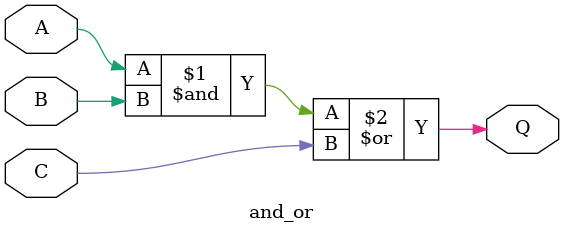
<source format=v>
/*
Write Verilog code for a combinational logic gate that implements the logic:
(a AND b) OR c
Create a test bench program that proves the logic
*/

// declaration of module and_or

/* definition of variable 

   Input 1 = A 
   Input 2 = B
   Input 3 = C  

   Output = Q 
*/


module and_or(A,B,C,Q);

    input A,B,C; // define all the input signal  
    output Q;    // define output signal 

    assign Q = (A & B ) | C ; // Bitwise operation

endmodule

</source>
